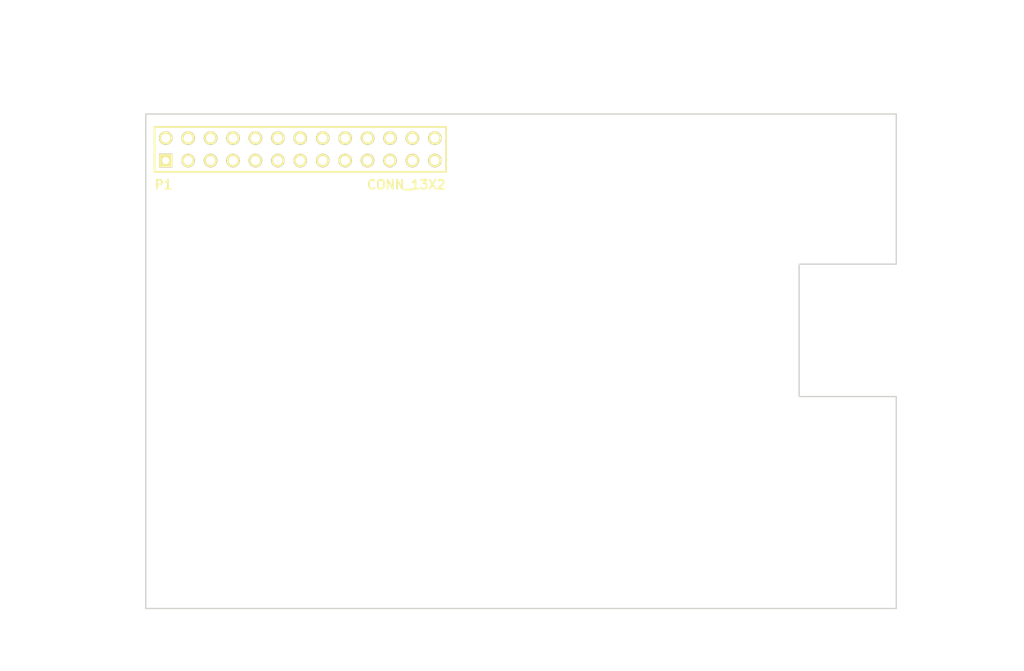
<source format=kicad_pcb>
(kicad_pcb (version 20221018) (generator pcbnew)
  (title_block (date "15 nov 2012"))
  (layers (0 "F.Cu" signal) (31 "B.Cu" signal) (34 "B.Paste" user) (35 "F.Paste" user) (36 "B.SilkS" user) (37 "F.SilkS" user) (38 "B.Mask" user) (39 "F.Mask" user) (44 "Edge.Cuts" user))
  (net 0 "")
  (net 1 "+3.3V")
  (net 2 "+5V")
  (net 3 "GND")
  (footprint "pin_array_13x2" (layer "F.Cu") (at 161 129)
    (fp_text reference "P1" (at -15.5 4) (layer "F.SilkS") (effects (font (size 1.016 1.016) (thickness 0.2032))))
    (fp_text value "CONN_13X2" (at 12 4) (layer "F.SilkS") (effects (font (size 1.016 1.016) (thickness 0.2032))))
    (fp_line (start -16.51 -2.54) (end -16.51 2.54) (stroke (width 0.2032)) (layer "F.SilkS"))
    (fp_line (start -16.51 2.54) (end 16.51 2.54) (stroke (width 0.2032)) (layer "F.SilkS"))
    (fp_line (start 16.51 -2.54) (end -16.51 -2.54) (stroke (width 0.2032)) (layer "F.SilkS"))
    (fp_line (start 16.51 2.54) (end 16.51 -2.54) (stroke (width 0.2032)) (layer "F.SilkS"))
    (pad "1" thru_hole rect (at -15.24 1.27) (size 1.524 1.524) (drill 0.8128) (layers "*.Cu" "*.Mask" "F.SilkS") (net 1 "+3.3V"))
    (pad "2" thru_hole circle (at -15.24 -1.27) (size 1.524 1.524) (drill 1.016) (layers "*.Cu" "*.Mask" "F.SilkS") (net 2 "+5V"))
    (pad "3" thru_hole circle (at -12.7 1.27) (size 1.524 1.524) (drill 1.016) (layers "*.Cu" "*.Mask" "F.SilkS"))
    (pad "4" thru_hole circle (at -12.7 -1.27) (size 1.524 1.524) (drill 1.016) (layers "*.Cu" "*.Mask" "F.SilkS"))
    (pad "5" thru_hole circle (at -10.16 1.27) (size 1.524 1.524) (drill 1.016) (layers "*.Cu" "*.Mask" "F.SilkS"))
    (pad "6" thru_hole circle (at -10.16 -1.27) (size 1.524 1.524) (drill 1.016) (layers "*.Cu" "*.Mask" "F.SilkS") (net 3 "GND"))
    (pad "7" thru_hole circle (at -7.62 1.27) (size 1.524 1.524) (drill 1.016) (layers "*.Cu" "*.Mask" "F.SilkS"))
    (pad "8" thru_hole circle (at -7.62 -1.27) (size 1.524 1.524) (drill 1.016) (layers "*.Cu" "*.Mask" "F.SilkS"))
    (pad "9" thru_hole circle (at -5.08 1.27) (size 1.524 1.524) (drill 1.016) (layers "*.Cu" "*.Mask" "F.SilkS"))
    (pad "10" thru_hole circle (at -5.08 -1.27) (size 1.524 1.524) (drill 1.016) (layers "*.Cu" "*.Mask" "F.SilkS"))
    (pad "11" thru_hole circle (at -2.54 1.27) (size 1.524 1.524) (drill 1.016) (layers "*.Cu" "*.Mask" "F.SilkS"))
    (pad "12" thru_hole circle (at -2.54 -1.27) (size 1.524 1.524) (drill 1.016) (layers "*.Cu" "*.Mask" "F.SilkS"))
    (pad "13" thru_hole circle (at 0 1.27) (size 1.524 1.524) (drill 1.016) (layers "*.Cu" "*.Mask" "F.SilkS"))
    (pad "14" thru_hole circle (at 0 -1.27) (size 1.524 1.524) (drill 1.016) (layers "*.Cu" "*.Mask" "F.SilkS"))
    (pad "15" thru_hole circle (at 2.54 1.27) (size 1.524 1.524) (drill 1.016) (layers "*.Cu" "*.Mask" "F.SilkS"))
    (pad "16" thru_hole circle (at 2.54 -1.27) (size 1.524 1.524) (drill 1.016) (layers "*.Cu" "*.Mask" "F.SilkS"))
    (pad "17" thru_hole circle (at 5.08 1.27) (size 1.524 1.524) (drill 1.016) (layers "*.Cu" "*.Mask" "F.SilkS"))
    (pad "18" thru_hole circle (at 5.08 -1.27) (size 1.524 1.524) (drill 1.016) (layers "*.Cu" "*.Mask" "F.SilkS"))
    (pad "19" thru_hole circle (at 7.62 1.27) (size 1.524 1.524) (drill 1.016) (layers "*.Cu" "*.Mask" "F.SilkS"))
    (pad "20" thru_hole circle (at 7.62 -1.27) (size 1.524 1.524) (drill 1.016) (layers "*.Cu" "*.Mask" "F.SilkS"))
    (pad "21" thru_hole circle (at 10.16 1.27) (size 1.524 1.524) (drill 1.016) (layers "*.Cu" "*.Mask" "F.SilkS"))
    (pad "22" thru_hole circle (at 10.16 -1.27) (size 1.524 1.524) (drill 1.016) (layers "*.Cu" "*.Mask" "F.SilkS"))
    (pad "23" thru_hole circle (at 12.7 1.27) (size 1.524 1.524) (drill 1.016) (layers "*.Cu" "*.Mask" "F.SilkS"))
    (pad "24" thru_hole circle (at 12.7 -1.27) (size 1.524 1.524) (drill 1.016) (layers "*.Cu" "*.Mask" "F.SilkS"))
    (pad "25" thru_hole circle (at 15.24 1.27) (size 1.524 1.524) (drill 1.016) (layers "*.Cu" "*.Mask" "F.SilkS"))
    (pad "26" thru_hole circle (at 15.24 -1.27) (size 1.524 1.524) (drill 1.016) (layers "*.Cu" "*.Mask" "F.SilkS"))
  )
  (gr_line (start 228.5 181) (end 228.5 157) (stroke (width 0.15)) (layer "Edge.Cuts"))
  (gr_line (start 228.5 125) (end 143.5 125) (stroke (width 0.15)) (layer "Edge.Cuts"))
  (gr_line (start 228.5 157) (end 217.5 157) (stroke (width 0.15)) (layer "Edge.Cuts"))
  (gr_line (start 228.5 142) (end 228.5 125) (stroke (width 0.15)) (layer "Edge.Cuts"))
  (gr_line (start 143.5 181) (end 228.5 181) (stroke (width 0.15)) (layer "Edge.Cuts"))
  (gr_line (start 143.5 125) (end 143.5 181) (stroke (width 0.15)) (layer "Edge.Cuts"))
  (gr_line (start 217.5 142) (end 228.5 142) (stroke (width 0.15)) (layer "Edge.Cuts"))
  (gr_line (start 217.5 157) (end 217.5 142) (stroke (width 0.15)) (layer "Edge.Cuts"))
)
</source>
